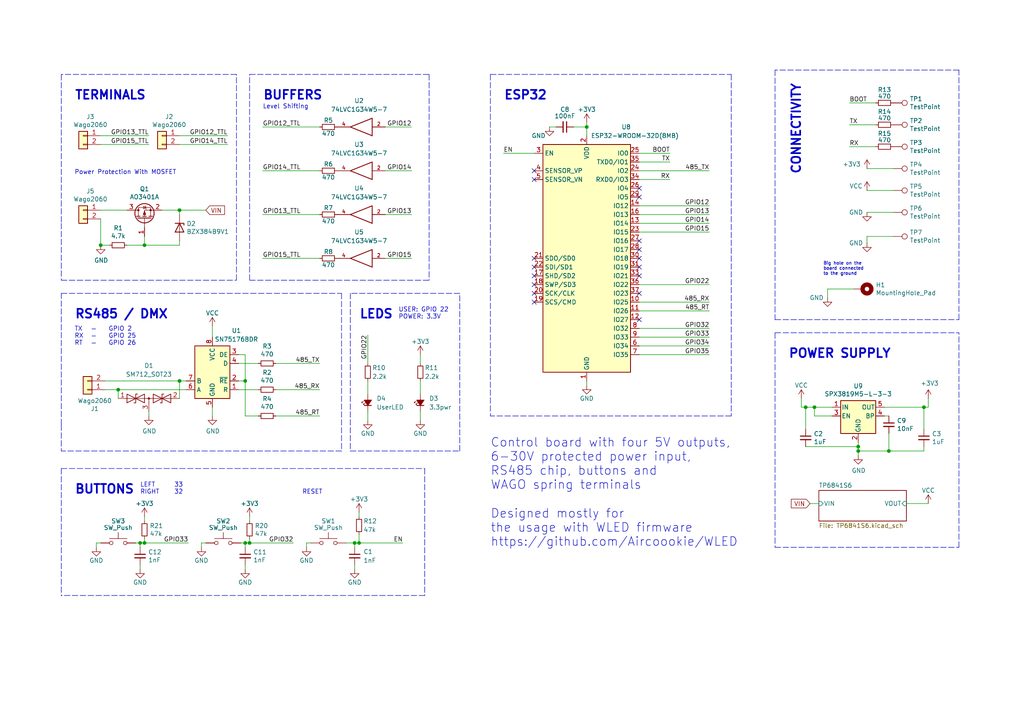
<source format=kicad_sch>
(kicad_sch (version 20211123) (generator eeschema)
  (paper "A4")
  (title_block (title "LightBrain Schematic") (date "2022-03-19") (rev "2.2") (company "LightBrains"))
  (lib_symbols
    (symbol "74xGxx:74LVC1G34" (pin_names (offset 1.016))
      (property "Reference" "U" (at -2.54 3.81 0))
      (property "Value" "74LVC1G34" (at 0 -3.81 0))
      (symbol "74LVC1G34_0_1"
        (polyline (pts (xy -3.81 2.54) (xy -3.81 -2.54) (xy 2.54 0) (xy -3.81 2.54)) (stroke (width 0.254)))
      )
      (symbol "74LVC1G34_1_1"
        (pin input line (at -7.62 0 0) (length 3.81) (name "~") (number "2"))
        (pin power_in line (at 0 -2.54 270) (length 0) hide (name "GND") (number "3"))
        (pin output line (at 6.35 0 180) (length 3.81) (name "~") (number "4"))
        (pin power_in line (at 0 2.54 90) (length 0) hide (name "VCC") (number "5"))
      )
    )
    (symbol "Connector:TestPoint" (pin_numbers hide) (pin_names (offset 0.762) hide)
      (property "Reference" "TP" (at 0 6.858 0))
      (property "Value" "TestPoint" (at 0 5.08 0))
      (symbol "TestPoint_0_1"
        (circle (center 0 3.302) (radius 0.762))
      )
      (symbol "TestPoint_1_1"
        (pin passive line (at 0 0 90) (length 2.54) (name "1") (number "1"))
      )
    )
    (symbol "Connector_Generic:Conn_01x02" (pin_names (offset 1.016) hide)
      (property "Reference" "J" (at 0 2.54 0))
      (property "Value" "Conn_01x02" (at 0 -5.08 0))
      (symbol "Conn_01x02_1_1"
        (rectangle (start -1.27 -2.413) (end 0 -2.667) (stroke (width 0.1524)))
        (rectangle (start -1.27 0.127) (end 0 -0.127) (stroke (width 0.1524)))
        (rectangle (start -1.27 1.27) (end 1.27 -3.81) (stroke (width 0.254)) (fill (type background)))
        (pin passive line (at -5.08 0 0) (length 3.81) (name "Pin_1") (number "1"))
        (pin passive line (at -5.08 -2.54 0) (length 3.81) (name "Pin_2") (number "2"))
      )
    )
    (symbol "Device:C_Small" (pin_numbers hide) (pin_names (offset 0.254) hide)
      (property "Reference" "C" (at 0.254 1.778 0))
      (property "Value" "C_Small" (at 0.254 -2.032 0))
      (symbol "C_Small_0_1"
        (polyline (pts (xy -1.524 -0.508) (xy 1.524 -0.508)) (stroke (width 0.3302)))
        (polyline (pts (xy -1.524 0.508) (xy 1.524 0.508)) (stroke (width 0.3048)))
      )
      (symbol "C_Small_1_1"
        (pin passive line (at 0 2.54 270) (length 2.032) (name "~") (number "1"))
        (pin passive line (at 0 -2.54 90) (length 2.032) (name "~") (number "2"))
      )
    )
    (symbol "Device:LED_Small_ALT" (pin_numbers hide) (pin_names (offset 0.254) hide)
      (property "Reference" "D" (at -1.27 3.175 0))
      (property "Value" "Device_LED_Small_ALT" (at -4.445 -2.54 0))
      (symbol "LED_Small_ALT_0_1"
        (polyline (pts (xy -0.762 -1.016) (xy -0.762 1.016)) (stroke (width 0.254)))
        (polyline (pts (xy 1.016 0) (xy -0.762 0)))
        (polyline (pts (xy 0.762 -1.016) (xy -0.762 0) (xy 0.762 1.016) (xy 0.762 -1.016)) (stroke (width 0.254)) (fill (type outline)))
        (polyline (pts (xy 0 0.762) (xy -0.508 1.27) (xy -0.254 1.27) (xy -0.508 1.27) (xy -0.508 1.016)))
        (polyline (pts (xy 0.508 1.27) (xy 0 1.778) (xy 0.254 1.778) (xy 0 1.778) (xy 0 1.524)))
      )
      (symbol "LED_Small_ALT_1_1"
        (pin passive line (at -2.54 0 0) (length 1.778) (name "K") (number "1"))
        (pin passive line (at 2.54 0 180) (length 1.778) (name "A") (number "2"))
      )
    )
    (symbol "Device:R_Small" (pin_numbers hide) (pin_names (offset 0.254) hide)
      (property "Reference" "R" (at 0.762 0.508 0))
      (property "Value" "R_Small" (at 0.762 -1.016 0))
      (symbol "R_Small_0_1"
        (rectangle (start -0.762 1.778) (end 0.762 -1.778) (stroke (width 0.2032)))
      )
      (symbol "R_Small_1_1"
        (pin passive line (at 0 2.54 270) (length 0.762) (name "~") (number "1"))
        (pin passive line (at 0 -2.54 90) (length 0.762) (name "~") (number "2"))
      )
    )
    (symbol "Diode:BZX384-xxx" (pin_numbers hide) (pin_names hide)
      (property "Reference" "D" (at 0 2.54 0))
      (property "Value" "BZX384-xxx" (at 0 -2.54 0))
      (symbol "BZX384-xxx_0_1"
        (polyline (pts (xy 1.27 0) (xy -1.27 0)))
        (polyline (pts (xy -1.27 -1.27) (xy -1.27 1.27) (xy -0.762 1.27)) (stroke (width 0.254)))
        (polyline (pts (xy 1.27 -1.27) (xy 1.27 1.27) (xy -1.27 0) (xy 1.27 -1.27)) (stroke (width 0.254)))
      )
      (symbol "BZX384-xxx_1_1"
        (pin passive line (at -3.81 0 0) (length 2.54) (name "K") (number "1"))
        (pin passive line (at 3.81 0 180) (length 2.54) (name "A") (number "2"))
      )
    )
    (symbol "Diode:SM712_SOT23" (pin_names (offset 1.016) hide)
      (property "Reference" "D" (at 0 4.445 0))
      (property "Value" "SM712_SOT23" (at 0 2.54 0))
      (symbol "SM712_SOT23_0_0"
        (polyline (pts (xy 0 -1.27) (xy 0 0)))
      )
      (symbol "SM712_SOT23_0_1"
        (polyline (pts (xy -6.35 0) (xy 6.35 0)))
        (polyline (pts (xy -3.302 1.27) (xy -3.81 1.27) (xy -3.81 -1.27) (xy -4.318 -1.27)) (stroke (width 0.2032)))
        (polyline (pts (xy 4.318 1.27) (xy 3.81 1.27) (xy 3.81 -1.27) (xy 3.302 -1.27)) (stroke (width 0.2032)))
        (polyline (pts (xy -6.35 -1.27) (xy -1.27 1.27) (xy -1.27 -1.27) (xy -6.35 1.27) (xy -6.35 -1.27)) (stroke (width 0.2032)))
        (polyline (pts (xy 1.27 -1.27) (xy 1.27 1.27) (xy 6.35 -1.27) (xy 6.35 1.27) (xy 1.27 -1.27)) (stroke (width 0.2032)))
        (circle (center 0 0) (radius 0.254) (fill (type outline)))
      )
      (symbol "SM712_SOT23_1_1"
        (pin passive line (at -8.89 0 0) (length 2.54) (name "A1") (number "1"))
        (pin passive line (at 8.89 0 180) (length 2.54) (name "A2") (number "2"))
        (pin input line (at 0 -3.81 90) (length 2.54) (name "common") (number "3"))
      )
    )
    (symbol "Interface_UART:SN75176AD"
      (property "Reference" "U" (at -4.318 8.89 0))
      (property "Value" "SN75176AD" (at 1.016 8.89 0))
      (symbol "SN75176AD_0_1"
        (rectangle (start -5.08 7.62) (end 5.08 -7.62) (stroke (width 0.254)) (fill (type background)))
      )
      (symbol "SN75176AD_1_1"
        (pin output line (at -7.62 -5.08 0) (length 2.54) (name "R") (number "1"))
        (pin input line (at -7.62 -2.54 0) (length 2.54) (name "~{RE}") (number "2"))
        (pin input line (at -7.62 5.08 0) (length 2.54) (name "DE") (number "3"))
        (pin input line (at -7.62 2.54 0) (length 2.54) (name "D") (number "4"))
        (pin power_in line (at 0 -10.16 90) (length 2.54) (name "GND") (number "5"))
        (pin bidirectional line (at 7.62 -5.08 180) (length 2.54) (name "A") (number "6"))
        (pin bidirectional line (at 7.62 -2.54 180) (length 2.54) (name "B") (number "7"))
        (pin power_in line (at 0 10.16 270) (length 2.54) (name "VCC") (number "8"))
      )
    )
    (symbol "Mechanical:MountingHole_Pad" (pin_numbers hide) (pin_names (offset 1.016) hide)
      (property "Reference" "H" (at 0 6.35 0))
      (property "Value" "MountingHole_Pad" (at 0 4.445 0))
      (symbol "MountingHole_Pad_0_1"
        (circle (center 0 1.27) (radius 1.27) (stroke (width 1.27)))
      )
      (symbol "MountingHole_Pad_1_1"
        (pin input line (at 0 -2.54 90) (length 2.54) (name "1") (number "1"))
      )
    )
    (symbol "RF_Module:ESP32-WROOM-32"
      (property "Reference" "U" (at -12.7 34.29 0))
      (property "Value" "ESP32-WROOM-32" (at 1.27 34.29 0))
      (symbol "ESP32-WROOM-32_0_1"
        (rectangle (start -12.7 33.02) (end 12.7 -33.02) (stroke (width 0.254)) (fill (type background)))
      )
      (symbol "ESP32-WROOM-32_1_1"
        (pin power_in line (at 0 -35.56 90) (length 2.54) (name "GND") (number "1"))
        (pin bidirectional line (at 15.24 -12.7 180) (length 2.54) (name "IO25") (number "10"))
        (pin bidirectional line (at 15.24 -15.24 180) (length 2.54) (name "IO26") (number "11"))
        (pin bidirectional line (at 15.24 -17.78 180) (length 2.54) (name "IO27") (number "12"))
        (pin bidirectional line (at 15.24 10.16 180) (length 2.54) (name "IO14") (number "13"))
        (pin bidirectional line (at 15.24 15.24 180) (length 2.54) (name "IO12") (number "14"))
        (pin passive line (at 0 -35.56 90) (length 2.54) hide (name "GND") (number "15"))
        (pin bidirectional line (at 15.24 12.7 180) (length 2.54) (name "IO13") (number "16"))
        (pin bidirectional line (at -15.24 -5.08 0) (length 2.54) (name "SHD/SD2") (number "17"))
        (pin bidirectional line (at -15.24 -7.62 0) (length 2.54) (name "SWP/SD3") (number "18"))
        (pin bidirectional line (at -15.24 -12.7 0) (length 2.54) (name "SCS/CMD") (number "19"))
        (pin power_in line (at 0 35.56 270) (length 2.54) (name "VDD") (number "2"))
        (pin bidirectional line (at -15.24 -10.16 0) (length 2.54) (name "SCK/CLK") (number "20"))
        (pin bidirectional line (at -15.24 0 0) (length 2.54) (name "SDO/SD0") (number "21"))
        (pin bidirectional line (at -15.24 -2.54 0) (length 2.54) (name "SDI/SD1") (number "22"))
        (pin bidirectional line (at 15.24 7.62 180) (length 2.54) (name "IO15") (number "23"))
        (pin bidirectional line (at 15.24 25.4 180) (length 2.54) (name "IO2") (number "24"))
        (pin bidirectional line (at 15.24 30.48 180) (length 2.54) (name "IO0") (number "25"))
        (pin bidirectional line (at 15.24 20.32 180) (length 2.54) (name "IO4") (number "26"))
        (pin bidirectional line (at 15.24 5.08 180) (length 2.54) (name "IO16") (number "27"))
        (pin bidirectional line (at 15.24 2.54 180) (length 2.54) (name "IO17") (number "28"))
        (pin bidirectional line (at 15.24 17.78 180) (length 2.54) (name "IO5") (number "29"))
        (pin input line (at -15.24 30.48 0) (length 2.54) (name "EN") (number "3"))
        (pin bidirectional line (at 15.24 0 180) (length 2.54) (name "IO18") (number "30"))
        (pin bidirectional line (at 15.24 -2.54 180) (length 2.54) (name "IO19") (number "31"))
        (pin no_connect line (at -12.7 -27.94 0) (length 2.54) hide (name "NC") (number "32"))
        (pin bidirectional line (at 15.24 -5.08 180) (length 2.54) (name "IO21") (number "33"))
        (pin bidirectional line (at 15.24 22.86 180) (length 2.54) (name "RXD0/IO3") (number "34"))
        (pin bidirectional line (at 15.24 27.94 180) (length 2.54) (name "TXD0/IO1") (number "35"))
        (pin bidirectional line (at 15.24 -7.62 180) (length 2.54) (name "IO22") (number "36"))
        (pin bidirectional line (at 15.24 -10.16 180) (length 2.54) (name "IO23") (number "37"))
        (pin passive line (at 0 -35.56 90) (length 2.54) hide (name "GND") (number "38"))
        (pin passive line (at 0 -35.56 90) (length 2.54) hide (name "GND") (number "39"))
        (pin input line (at -15.24 25.4 0) (length 2.54) (name "SENSOR_VP") (number "4"))
        (pin input line (at -15.24 22.86 0) (length 2.54) (name "SENSOR_VN") (number "5"))
        (pin input line (at 15.24 -25.4 180) (length 2.54) (name "IO34") (number "6"))
        (pin input line (at 15.24 -27.94 180) (length 2.54) (name "IO35") (number "7"))
        (pin bidirectional line (at 15.24 -20.32 180) (length 2.54) (name "IO32") (number "8"))
        (pin bidirectional line (at 15.24 -22.86 180) (length 2.54) (name "IO33") (number "9"))
      )
    )
    (symbol "Regulator_Linear:SPX3819M5-L-3-3" (pin_names (offset 0.254))
      (property "Reference" "U" (at -3.81 5.715 0))
      (property "Value" "SPX3819M5-L-3-3" (at 0 5.715 0))
      (symbol "SPX3819M5-L-3-3_0_1"
        (rectangle (start -5.08 4.445) (end 5.08 -5.08) (stroke (width 0.254)) (fill (type background)))
      )
      (symbol "SPX3819M5-L-3-3_1_1"
        (pin power_in line (at -7.62 2.54 0) (length 2.54) (name "IN") (number "1"))
        (pin power_in line (at 0 -7.62 90) (length 2.54) (name "GND") (number "2"))
        (pin input line (at -7.62 0 0) (length 2.54) (name "EN") (number "3"))
        (pin input line (at 7.62 0 180) (length 2.54) (name "BP") (number "4"))
        (pin power_out line (at 7.62 2.54 180) (length 2.54) (name "OUT") (number "5"))
      )
    )
    (symbol "Switch:SW_Push" (pin_numbers hide) (pin_names (offset 1.016) hide)
      (property "Reference" "SW" (at 1.27 2.54 0))
      (property "Value" "SW_Push" (at 0 -1.524 0))
      (symbol "SW_Push_0_1"
        (circle (center -2.032 0) (radius 0.508))
        (polyline (pts (xy 0 1.27) (xy 0 3.048)))
        (polyline (pts (xy 2.54 1.27) (xy -2.54 1.27)))
        (circle (center 2.032 0) (radius 0.508))
        (pin passive line (at -5.08 0 0) (length 2.54) (name "1") (number "1"))
        (pin passive line (at 5.08 0 180) (length 2.54) (name "2") (number "2"))
      )
    )
    (symbol "Transistor_FET:AO3401A" (pin_names hide)
      (property "Reference" "Q" (at 5.08 1.905 0))
      (property "Value" "AO3401A" (at 5.08 0 0))
      (symbol "AO3401A_0_1"
        (polyline (pts (xy 0.254 0) (xy -2.54 0)))
        (polyline (pts (xy 0.254 1.905) (xy 0.254 -1.905)) (stroke (width 0.254)))
        (polyline (pts (xy 0.762 -1.27) (xy 0.762 -2.286)) (stroke (width 0.254)))
        (polyline (pts (xy 0.762 0.508) (xy 0.762 -0.508)) (stroke (width 0.254)))
        (polyline (pts (xy 0.762 2.286) (xy 0.762 1.27)) (stroke (width 0.254)))
        (polyline (pts (xy 2.54 2.54) (xy 2.54 1.778)))
        (polyline (pts (xy 2.54 -2.54) (xy 2.54 0) (xy 0.762 0)))
        (polyline (pts (xy 0.762 1.778) (xy 3.302 1.778) (xy 3.302 -1.778) (xy 0.762 -1.778)))
        (polyline (pts (xy 2.286 0) (xy 1.27 0.381) (xy 1.27 -0.381) (xy 2.286 0)) (fill (type outline)))
        (polyline (pts (xy 2.794 -0.508) (xy 2.921 -0.381) (xy 3.683 -0.381) (xy 3.81 -0.254)))
        (polyline (pts (xy 3.302 -0.381) (xy 2.921 0.254) (xy 3.683 0.254) (xy 3.302 -0.381)))
        (circle (center 1.651 0) (radius 2.794) (stroke (width 0.254)))
        (circle (center 2.54 -1.778) (radius 0.254) (fill (type outline)))
        (circle (center 2.54 1.778) (radius 0.254) (fill (type outline)))
      )
      (symbol "AO3401A_1_1"
        (pin input line (at -5.08 0 0) (length 2.54) (name "G") (number "1"))
        (pin passive line (at 2.54 -5.08 90) (length 2.54) (name "S") (number "2"))
        (pin passive line (at 2.54 5.08 270) (length 2.54) (name "D") (number "3"))
      )
    )
    (symbol "power:+3.3V" (power) (pin_names (offset 0))
      (property "Value" "+3.3V" (at 0 3.556 0))
      (symbol "+3.3V_0_1"
        (polyline (pts (xy -0.762 1.27) (xy 0 2.54)))
        (polyline (pts (xy 0 0) (xy 0 2.54)))
        (polyline (pts (xy 0 2.54) (xy 0.762 1.27)))
      )
      (symbol "+3.3V_1_1"
        (pin power_in line (at 0 0 90) (length 0) hide (name "+3V3") (number "1"))
      )
    )
    (symbol "power:GND" (power) (pin_names (offset 0))
      (property "Value" "GND" (at 0 -3.81 0))
      (symbol "GND_0_1"
        (polyline (pts (xy 0 0) (xy 0 -1.27) (xy 1.27 -1.27) (xy 0 -2.54) (xy -1.27 -1.27) (xy 0 -1.27)))
      )
      (symbol "GND_1_1"
        (pin power_in line (at 0 0 270) (length 0) hide (name "GND") (number "1"))
      )
    )
    (symbol "power:VCC" (power) (pin_names (offset 0))
      (property "Value" "VCC" (at 0 3.81 0))
      (symbol "VCC_0_1"
        (polyline (pts (xy -0.762 1.27) (xy 0 2.54)))
        (polyline (pts (xy 0 0) (xy 0 2.54)))
        (polyline (pts (xy 0 2.54) (xy 0.762 1.27)))
      )
      (symbol "VCC_1_1"
        (pin power_in line (at 0 0 90) (length 0) hide (name "VCC") (number "1"))
      )
    )
  )
  (junction (at 40.64 157.48))
  (junction (at 236.22 118.11))
  (junction (at 248.92 129.54))
  (junction (at 71.12 110.49))
  (junction (at 267.97 118.11))
  (junction (at 41.91 157.48))
  (junction (at 170.18 36.83))
  (junction (at 72.39 157.48))
  (junction (at 233.68 118.11))
  (junction (at 52.07 110.49))
  (junction (at 52.07 60.96))
  (junction (at 29.21 71.12))
  (junction (at 102.87 157.48))
  (junction (at 248.92 130.81))
  (junction (at 34.29 113.03))
  (junction (at 41.91 71.12))
  (junction (at 104.14 157.48))
  (junction (at 257.81 130.81))
  (junction (at 71.12 157.48))
  (no_connect (at 154.94 77.47))
  (no_connect (at 185.42 72.39))
  (no_connect (at 185.42 69.85))
  (no_connect (at 154.94 85.09))
  (no_connect (at 154.94 52.07))
  (no_connect (at 185.42 57.15))
  (no_connect (at 154.94 80.01))
  (no_connect (at 154.94 74.93))
  (no_connect (at 185.42 80.01))
  (no_connect (at 154.94 82.55))
  (no_connect (at 185.42 77.47))
  (no_connect (at 185.42 54.61))
  (no_connect (at 154.94 49.53))
  (no_connect (at 185.42 74.93))
  (no_connect (at 185.42 85.09))
  (no_connect (at 154.94 87.63))
  (no_connect (at 185.42 92.71))
  (wire (pts (xy 111.76 49.53) (xy 119.38 49.53)))
  (wire (pts (xy 43.18 39.37) (xy 29.21 39.37)))
  (wire (pts (xy 27.94 157.48) (xy 29.21 157.48)))
  (polyline (pts (xy 142.24 21.59) (xy 212.09 21.59)))
  (wire (pts (xy 104.14 154.94) (xy 104.14 157.48)))
  (wire (pts (xy 58.42 158.75) (xy 58.42 157.48)))
  (wire (pts (xy 52.07 69.85) (xy 52.07 71.12)))
  (wire (pts (xy 247.65 83.82) (xy 240.03 83.82)))
  (wire (pts (xy 246.38 29.845) (xy 254 29.845)))
  (wire (pts (xy 106.68 119.38) (xy 106.68 121.92)))
  (polyline (pts (xy 224.79 158.75) (xy 278.13 158.75)))
  (wire (pts (xy 251.46 68.58) (xy 259.08 68.58)))
  (wire (pts (xy 71.12 158.75) (xy 71.12 157.48)))
  (wire (pts (xy 251.46 55.245) (xy 259.08 55.245)))
  (polyline (pts (xy 68.58 21.59) (xy 17.78 21.59)))
  (wire (pts (xy 52.07 60.96) (xy 59.69 60.96)))
  (wire (pts (xy 236.22 120.65) (xy 236.22 118.11)))
  (wire (pts (xy 106.68 97.155) (xy 106.68 105.41)))
  (wire (pts (xy 246.38 42.545) (xy 254 42.545)))
  (wire (pts (xy 233.68 118.11) (xy 236.22 118.11)))
  (polyline (pts (xy 68.58 81.28) (xy 68.58 21.59)))
  (wire (pts (xy 232.41 115.57) (xy 232.41 118.11)))
  (wire (pts (xy 159.385 36.83) (xy 161.29 36.83)))
  (wire (pts (xy 30.48 110.49) (xy 52.07 110.49)))
  (wire (pts (xy 185.42 49.53) (xy 205.74 49.53)))
  (wire (pts (xy 69.215 105.41) (xy 74.93 105.41)))
  (wire (pts (xy 69.85 157.48) (xy 71.12 157.48)))
  (wire (pts (xy 69.215 102.87) (xy 71.12 102.87)))
  (wire (pts (xy 58.42 157.48) (xy 59.69 157.48)))
  (wire (pts (xy 267.97 130.81) (xy 267.97 129.54)))
  (wire (pts (xy 30.48 113.03) (xy 34.29 113.03)))
  (wire (pts (xy 185.42 87.63) (xy 205.74 87.63)))
  (polyline (pts (xy 17.78 135.89) (xy 123.19 135.89)))
  (wire (pts (xy 185.42 64.77) (xy 205.74 64.77)))
  (wire (pts (xy 72.39 157.48) (xy 85.09 157.48)))
  (wire (pts (xy 251.46 70.485) (xy 251.46 68.58)))
  (wire (pts (xy 146.05 44.45) (xy 154.94 44.45)))
  (polyline (pts (xy 101.6 130.81) (xy 133.35 130.81)))
  (wire (pts (xy 39.37 157.48) (xy 40.64 157.48)))
  (wire (pts (xy 267.97 124.46) (xy 267.97 118.11)))
  (wire (pts (xy 29.21 60.96) (xy 36.83 60.96)))
  (wire (pts (xy 76.2 36.83) (xy 92.71 36.83)))
  (wire (pts (xy 40.64 157.48) (xy 41.91 157.48)))
  (polyline (pts (xy 212.09 21.59) (xy 212.09 120.65)))
  (wire (pts (xy 80.01 105.41) (xy 92.71 105.41)))
  (wire (pts (xy 257.81 130.81) (xy 267.97 130.81)))
  (wire (pts (xy 111.76 74.93) (xy 119.38 74.93)))
  (wire (pts (xy 27.94 158.75) (xy 27.94 157.48)))
  (wire (pts (xy 80.01 120.65) (xy 92.71 120.65)))
  (wire (pts (xy 34.29 115.57) (xy 34.29 113.03)))
  (polyline (pts (xy 99.06 85.09) (xy 99.06 130.81)))
  (polyline (pts (xy 224.79 96.52) (xy 278.13 96.52)))
  (wire (pts (xy 248.92 128.27) (xy 248.92 129.54)))
  (wire (pts (xy 248.92 130.81) (xy 257.81 130.81)))
  (wire (pts (xy 232.41 118.11) (xy 233.68 118.11)))
  (wire (pts (xy 66.04 41.91) (xy 52.07 41.91)))
  (wire (pts (xy 256.54 120.65) (xy 257.81 120.65)))
  (polyline (pts (xy 17.78 123.19) (xy 17.78 85.09)))
  (wire (pts (xy 102.87 157.48) (xy 104.14 157.48)))
  (wire (pts (xy 185.42 52.07) (xy 194.31 52.07)))
  (wire (pts (xy 166.37 36.83) (xy 170.18 36.83)))
  (wire (pts (xy 76.2 74.93) (xy 92.71 74.93)))
  (wire (pts (xy 52.07 110.49) (xy 53.975 110.49)))
  (polyline (pts (xy 224.79 20.32) (xy 224.79 92.71)))
  (wire (pts (xy 102.87 158.75) (xy 102.87 157.48)))
  (polyline (pts (xy 133.35 85.09) (xy 101.6 85.09)))
  (wire (pts (xy 29.21 63.5) (xy 29.21 71.12)))
  (wire (pts (xy 61.595 118.11) (xy 61.595 120.65)))
  (wire (pts (xy 71.12 110.49) (xy 71.12 120.65)))
  (polyline (pts (xy 17.78 85.09) (xy 99.06 85.09)))
  (polyline (pts (xy 278.13 20.32) (xy 224.79 20.32)))
  (wire (pts (xy 256.54 118.11) (xy 267.97 118.11)))
  (wire (pts (xy 104.14 157.48) (xy 116.84 157.48)))
  (wire (pts (xy 69.215 113.03) (xy 74.93 113.03)))
  (polyline (pts (xy 72.39 21.59) (xy 124.46 21.59)))
  (wire (pts (xy 251.46 61.595) (xy 259.08 61.595)))
  (wire (pts (xy 66.04 39.37) (xy 52.07 39.37)))
  (wire (pts (xy 43.18 119.38) (xy 43.18 120.65)))
  (wire (pts (xy 100.33 157.48) (xy 102.87 157.48)))
  (wire (pts (xy 71.12 110.49) (xy 69.215 110.49)))
  (polyline (pts (xy 142.24 21.59) (xy 142.24 120.65)))
  (polyline (pts (xy 72.39 81.28) (xy 124.46 81.28)))
  (wire (pts (xy 36.83 71.12) (xy 41.91 71.12)))
  (polyline (pts (xy 17.78 81.28) (xy 68.58 81.28)))
  (wire (pts (xy 269.24 115.57) (xy 269.24 118.11)))
  (wire (pts (xy 72.39 149.86) (xy 72.39 151.13)))
  (wire (pts (xy 40.64 163.83) (xy 40.64 165.1)))
  (polyline (pts (xy 133.35 130.81) (xy 133.35 85.09)))
  (wire (pts (xy 185.42 100.33) (xy 205.74 100.33)))
  (wire (pts (xy 185.42 97.79) (xy 205.74 97.79)))
  (wire (pts (xy 233.68 129.54) (xy 248.92 129.54)))
  (wire (pts (xy 251.46 48.895) (xy 259.08 48.895)))
  (wire (pts (xy 121.92 102.87) (xy 121.92 105.41)))
  (wire (pts (xy 257.81 125.73) (xy 257.81 130.81)))
  (polyline (pts (xy 124.46 21.59) (xy 124.46 81.28)))
  (wire (pts (xy 170.18 110.49) (xy 170.18 111.76)))
  (wire (pts (xy 52.07 71.12) (xy 41.91 71.12)))
  (wire (pts (xy 106.68 110.49) (xy 106.68 114.3)))
  (polyline (pts (xy 72.39 81.28) (xy 72.39 21.59)))
  (wire (pts (xy 185.42 59.69) (xy 205.74 59.69)))
  (wire (pts (xy 71.12 102.87) (xy 71.12 110.49)))
  (wire (pts (xy 31.75 71.12) (xy 29.21 71.12)))
  (wire (pts (xy 34.29 113.03) (xy 53.975 113.03)))
  (polyline (pts (xy 224.79 96.52) (xy 224.79 158.75)))
  (wire (pts (xy 269.24 146.05) (xy 262.89 146.05)))
  (polyline (pts (xy 99.06 130.81) (xy 17.78 130.81)))
  (wire (pts (xy 88.9 157.48) (xy 90.17 157.48)))
  (wire (pts (xy 43.18 41.91) (xy 29.21 41.91)))
  (wire (pts (xy 41.91 149.86) (xy 41.91 151.13)))
  (polyline (pts (xy 17.78 21.59) (xy 17.78 64.77)))
  (wire (pts (xy 88.9 158.75) (xy 88.9 157.48)))
  (wire (pts (xy 121.92 119.38) (xy 121.92 121.92)))
  (wire (pts (xy 234.95 146.05) (xy 237.49 146.05)))
  (polyline (pts (xy 17.78 64.77) (xy 17.78 81.28)))
  (wire (pts (xy 185.42 62.23) (xy 205.74 62.23)))
  (polyline (pts (xy 278.13 158.75) (xy 278.13 96.52)))
  (wire (pts (xy 41.91 157.48) (xy 54.61 157.48)))
  (polyline (pts (xy 101.6 85.09) (xy 101.6 130.81)))
  (wire (pts (xy 248.92 129.54) (xy 248.92 130.81)))
  (wire (pts (xy 80.01 113.03) (xy 92.71 113.03)))
  (wire (pts (xy 76.2 62.23) (xy 92.71 62.23)))
  (wire (pts (xy 236.22 118.11) (xy 241.3 118.11)))
  (wire (pts (xy 52.07 62.23) (xy 52.07 60.96)))
  (wire (pts (xy 104.14 148.59) (xy 104.14 149.86)))
  (wire (pts (xy 241.3 120.65) (xy 236.22 120.65)))
  (polyline (pts (xy 123.19 172.72) (xy 17.78 172.72)))
  (wire (pts (xy 111.76 36.83) (xy 119.38 36.83)))
  (polyline (pts (xy 123.19 135.89) (xy 123.19 172.72)))
  (wire (pts (xy 170.18 35.56) (xy 170.18 36.83)))
  (wire (pts (xy 185.42 44.45) (xy 194.31 44.45)))
  (wire (pts (xy 41.91 156.21) (xy 41.91 157.48)))
  (wire (pts (xy 102.87 163.83) (xy 102.87 165.1)))
  (wire (pts (xy 46.99 60.96) (xy 52.07 60.96)))
  (wire (pts (xy 76.2 49.53) (xy 92.71 49.53)))
  (wire (pts (xy 40.64 158.75) (xy 40.64 157.48)))
  (wire (pts (xy 185.42 102.87) (xy 205.74 102.87)))
  (wire (pts (xy 246.38 36.195) (xy 254 36.195)))
  (polyline (pts (xy 224.79 92.71) (xy 278.13 92.71)))
  (wire (pts (xy 111.76 62.23) (xy 119.38 62.23)))
  (wire (pts (xy 185.42 82.55) (xy 205.74 82.55)))
  (wire (pts (xy 71.12 120.65) (xy 74.93 120.65)))
  (polyline (pts (xy 278.13 92.71) (xy 278.13 20.32)))
  (wire (pts (xy 52.07 115.57) (xy 52.07 110.49)))
  (wire (pts (xy 233.68 124.46) (xy 233.68 118.11)))
  (wire (pts (xy 269.24 118.11) (xy 267.97 118.11)))
  (wire (pts (xy 72.39 156.21) (xy 72.39 157.48)))
  (wire (pts (xy 240.03 86.36) (xy 240.03 83.82)))
  (wire (pts (xy 121.92 110.49) (xy 121.92 114.3)))
  (polyline (pts (xy 17.78 135.89) (xy 17.78 172.72)))
  (wire (pts (xy 41.91 71.12) (xy 41.91 68.58)))
  (wire (pts (xy 185.42 95.25) (xy 205.74 95.25)))
  (wire (pts (xy 185.42 67.31) (xy 205.74 67.31)))
  (wire (pts (xy 71.12 157.48) (xy 72.39 157.48)))
  (wire (pts (xy 61.595 94.615) (xy 61.595 97.79)))
  (wire (pts (xy 71.12 163.83) (xy 71.12 165.1)))
  (wire (pts (xy 248.92 130.81) (xy 248.92 132.08)))
  (polyline (pts (xy 17.78 123.19) (xy 17.78 130.81)))
  (wire (pts (xy 170.18 36.83) (xy 170.18 39.37)))
  (polyline (pts (xy 212.09 120.65) (xy 142.24 120.65)))
  (wire (pts (xy 185.42 46.99) (xy 194.31 46.99)))
  (wire (pts (xy 185.42 90.17) (xy 205.74 90.17)))
  (text "TERMINALS" (at 21.59 29.21 0) (effects (font (size 2.54 2.54) (thickness 0.508) bold) (justify left bottom)))
  (text "ESP32" (at 146.05 29.21 0) (effects (font (size 2.54 2.54) (thickness 0.508) bold) (justify left bottom)))
  (text "LEDS" (at 104.14 92.71 0) (effects (font (size 2.54 2.54) (thickness 0.508) bold) (justify left bottom)))
  (text "Level Shifting" (at 76.2 31.75 0) (effects (font (size 1.27 1.27)) (justify left bottom)))
  (text "RESET" (at 87.63 143.51 0) (effects (font (size 1.27 1.27)) (justify left bottom)))
  (text "RS485 / DMX" (at 21.59 92.71 0) (effects (font (size 2.54 2.54) (thickness 0.508) bold) (justify left bottom)))
  (text "Designed mostly for\nthe usage with WLED firmware\nhttps://github.com/Aircoookie/WLED" (at 142.24 158.75 0) (effects (font (size 2.54 2.54)) (justify left bottom)))
  (text "BUFFERS" (at 76.2 29.21 0) (effects (font (size 2.54 2.54) (thickness 0.508) bold) (justify left bottom)))
  (text "BUTTONS" (at 21.59 143.51 0) (effects (font (size 2.54 2.54) (thickness 0.508) bold) (justify left bottom)))
  (text "Control board with four 5V outputs,\n6-30V protected power input,\nRS485 chip, buttons and\nWAGO spring terminals" (at 142.24 142.24 0) (effects (font (size 2.54 2.54)) (justify left bottom)))
  (text "Power Protection With MOSFET" (at 21.59 50.8 0) (effects (font (size 1.27 1.27)) (justify left bottom)))
  (text "USER: GPIO 22\nPOWER: 3.3V" (at 115.57 92.71 0) (effects (font (size 1.27 1.27)) (justify left bottom)))
  (text "POWER SUPPLY" (at 228.6 104.14 0) (effects (font (size 2.54 2.54) (thickness 0.508) bold) (justify left bottom)))
  (text "TX	—	GPIO 2\nRX	—	GPIO 25\nRT	—	GPIO 26" (at 21.59 100.33 0) (effects (font (size 1.27 1.27)) (justify left bottom)))
  (text "LEFT	33\nRIGHT	32" (at 40.64 143.51 0) (effects (font (size 1.27 1.27)) (justify left bottom)))
  (text "Big hole on the\nboard connected\nto the ground" (at 238.76 80.01 0) (effects (font (size 0.92 0.92)) (justify left bottom)))
  (text "CONNECTIVITY" (at 232.41 24.13 270) (effects (font (size 2.54 2.54) (thickness 0.508) bold) (justify right bottom)))
  (label "GPIO14_TTL" (at 66.04 41.91 180))
  (label "GPIO32" (at 85.09 157.48 180))
  (label "GPIO13" (at 119.38 62.23 180))
  (label "GPIO12" (at 205.74 59.69 180))
  (label "GPIO34" (at 205.74 100.33 180))
  (label "GPIO15_TTL" (at 43.18 41.91 180))
  (label "TX" (at 194.31 46.99 180))
  (label "GPIO14" (at 119.38 49.53 180))
  (label "GPIO12_TTL" (at 66.04 39.37 180))
  (label "GPIO33" (at 54.61 157.48 180))
  (label "485_RT" (at 92.71 120.65 180))
  (label "GPIO14" (at 205.74 64.77 180))
  (label "GPIO15_TTL" (at 76.2 74.93 0))
  (label "485_TX" (at 92.71 105.41 180))
  (label "GPIO33" (at 205.74 97.79 180))
  (label "GPIO13" (at 205.74 62.23 180))
  (label "GPIO12" (at 119.38 36.83 180))
  (label "GPIO13_TTL" (at 76.2 62.23 0))
  (label "RX" (at 194.31 52.07 180))
  (label "GPIO22" (at 106.68 97.155 270))
  (label "EN" (at 146.05 44.45 0))
  (label "BOOT" (at 194.31 44.45 180))
  (label "BOOT" (at 246.38 29.845 0))
  (label "GPIO15" (at 119.38 74.93 180))
  (label "GPIO12_TTL" (at 76.2 36.83 0))
  (label "GPIO13_TTL" (at 43.18 39.37 180))
  (label "GPIO35" (at 205.74 102.87 180))
  (label "GPIO14_TTL" (at 76.2 49.53 0))
  (label "TX" (at 246.38 36.195 0))
  (label "GPIO32" (at 205.74 95.25 180))
  (label "EN" (at 116.84 157.48 180))
  (label "GPIO22" (at 205.74 82.55 180))
  (label "485_RX" (at 92.71 113.03 180))
  (label "RX" (at 246.38 42.545 0))
  (label "GPIO15" (at 205.74 67.31 180))
  (label "485_TX" (at 205.74 49.53 180))
  (label "485_RT" (at 205.74 90.17 180))
  (label "485_RX" (at 205.74 87.63 180))
  (global_label "VIN" (shape input) (at 234.95 146.05 180) (property "Intersheet References" "${INTERSHEET_REFS}" (effects hide)))
  (global_label "VIN" (shape input) (at 59.69 60.96 0) (property "Intersheet References" "${INTERSHEET_REFS}" (effects hide)))
  (symbol (lib_id "RF_Module:ESP32-WROOM-32") (at 170.18 74.93 0) (unit 1)
    (property "Reference" "U8" (at 181.61 36.83 0))
    (property "Value" "ESP32-WROOM-32D(8MB)" (at 184.15 39.37 0))
    (property "Footprint" "RF_Module:ESP32-WROOM-32" (effects hide))
    (property "Datasheet" "https://www.espressif.com/sites/default/files/documentation/esp32-wroom-32_datasheet_en.pdf" (effects hide))
    (property "JLCPCB Part #" "C529577" (effects hide))
  )
  (symbol (lib_id "Switch:SW_Push") (at 95.25 157.48 0) (unit 1)
    (property "Reference" "SW1" (at 95.25 151.13 0))
    (property "Value" "SW_Push" (at 95.25 153.035 0))
    (property "Footprint" "LightBrain:SW-SMD-2_2.9x3.9x1.7" (effects hide))
    (property "JLCPCB Part #" "C843669" (effects hide))
  )
  (symbol (lib_id "Device:C_Small") (at 102.87 161.29 0) (unit 1)
    (property "Reference" "C1" (at 105.41 160.02 0) (effects (justify left)))
    (property "Value" "1nF" (at 105.41 162.56 0) (effects (justify left)))
    (property "Footprint" "Capacitor_SMD:C_0402_1005Metric" (effects hide))
    (property "JLCPCB Part #" "C1523" (effects hide))
  )
  (symbol (lib_id "Device:R_Small") (at 104.14 152.4 0) (unit 1)
    (property "Reference" "R12" (at 105.41 151.13 0) (effects (justify left)))
    (property "Value" "47k" (at 105.41 153.67 0) (effects (justify left)))
    (property "Footprint" "Resistor_SMD:R_0402_1005Metric" (effects hide))
    (property "JLCPCB Part #" "C25792" (effects hide))
  )
  (symbol (lib_id "Device:C_Small") (at 233.68 127 0) (unit 1)
    (property "Reference" "C2" (at 236.0168 125.8316 0) (effects (justify left)))
    (property "Value" "1uF" (at 236.0168 128.143 0) (effects (justify left)))
    (property "Footprint" "Capacitor_SMD:C_0402_1005Metric" (effects hide))
    (property "JLCPCB Part #" "C52923" (effects hide))
  )
  (symbol (lib_id "Device:C_Small") (at 267.97 127 0) (unit 1)
    (property "Reference" "C3" (at 270.3068 125.8316 0) (effects (justify left)))
    (property "Value" "1uF" (at 270.3068 128.143 0) (effects (justify left)))
    (property "Footprint" "Capacitor_SMD:C_0402_1005Metric" (effects hide))
    (property "JLCPCB Part #" "C52923" (effects hide))
  )
  (symbol (lib_id "74xGxx:74LVC1G34") (at 104.14 36.83 180) (unit 1)
    (property "Reference" "U2" (at 104.14 29.21 0))
    (property "Value" "74LVC1G34W5-7" (at 104.14 31.75 0))
    (property "Footprint" "LightBrain:SOT25" (effects hide))
    (property "Datasheet" "http://www.ti.com/lit/sg/scyt129e/scyt129e.pdf" (effects hide))
    (property "JLCPCB Part #" "C526347" (effects hide))
  )
  (symbol (lib_id "74xGxx:74LVC1G34") (at 104.14 49.53 180) (unit 1)
    (property "Reference" "U3" (at 104.14 41.91 0))
    (property "Value" "74LVC1G34W5-7" (at 104.14 44.45 0))
    (property "Footprint" "LightBrain:SOT25" (effects hide))
    (property "Datasheet" "http://www.ti.com/lit/sg/scyt129e/scyt129e.pdf" (effects hide))
    (property "JLCPCB Part #" "C526347" (effects hide))
  )
  (symbol (lib_id "74xGxx:74LVC1G34") (at 104.14 62.23 180) (unit 1)
    (property "Reference" "U4" (at 104.14 54.61 0))
    (property "Value" "74LVC1G34W5-7" (at 104.14 57.15 0))
    (property "Footprint" "LightBrain:SOT25" (effects hide))
    (property "Datasheet" "http://www.ti.com/lit/sg/scyt129e/scyt129e.pdf" (effects hide))
    (property "JLCPCB Part #" "C526347" (effects hide))
  )
  (symbol (lib_id "74xGxx:74LVC1G34") (at 104.14 74.93 180) (unit 1)
    (property "Reference" "U5" (at 104.14 67.31 0))
    (property "Value" "74LVC1G34W5-7" (at 104.14 69.85 0))
    (property "Footprint" "LightBrain:SOT25" (effects hide))
    (property "Datasheet" "http://www.ti.com/lit/sg/scyt129e/scyt129e.pdf" (effects hide))
    (property "JLCPCB Part #" "C526347" (effects hide))
  )
  (symbol (lib_id "Connector_Generic:Conn_01x02") (at 46.99 39.37 0) (mirror y) (unit 1)
    (property "Reference" "J2" (at 49.0728 33.8582 0))
    (property "Value" "Wago2060" (at 49.0728 36.1696 0))
    (property "Footprint" "LightBrain:Wago2060" (effects hide))
    (property "JLCPCB Part #" "C2765055" (effects hide))
  )
  (symbol (lib_id "Connector_Generic:Conn_01x02") (at 24.13 39.37 0) (mirror y) (unit 1)
    (property "Reference" "J3" (at 26.2128 33.8582 0))
    (property "Value" "Wago2060" (at 26.2128 36.1696 0))
    (property "Footprint" "LightBrain:Wago2060" (effects hide))
    (property "JLCPCB Part #" "C2765055" (effects hide))
  )
  (symbol (lib_id "Connector_Generic:Conn_01x02") (at 24.13 60.96 0) (mirror y) (unit 1)
    (property "Reference" "J5" (at 26.2128 55.4482 0))
    (property "Value" "Wago2060" (at 26.2128 57.7596 0))
    (property "Footprint" "LightBrain:Wago2060" (effects hide))
    (property "JLCPCB Part #" "C2765055" (effects hide))
  )
  (symbol (lib_id "Transistor_FET:AO3401A") (at 41.91 63.5 90) (unit 1)
    (property "Reference" "Q1" (at 41.91 54.8132 90))
    (property "Value" "AO3401A" (at 41.91 57.1246 90))
    (property "Footprint" "Package_TO_SOT_SMD:SOT-23" (effects hide))
    (property "Datasheet" "http://www.aosmd.com/pdfs/datasheet/AO3401A.pdf" (effects hide))
    (property "JLCPCB Part #" "C15127" (effects hide))
  )
  (symbol (lib_id "Device:R_Small") (at 34.29 71.12 90) (unit 1)
    (property "Reference" "R1" (at 34.29 66.1416 90))
    (property "Value" "4.7k" (at 34.29 68.453 90))
    (property "Footprint" "Resistor_SMD:R_0805_2012Metric" (effects hide))
    (property "JLCPCB Part #" "C17673" (effects hide))
  )
  (symbol (lib_id "Connector_Generic:Conn_01x02") (at 25.4 113.03 180) (unit 1)
    (property "Reference" "J1" (at 27.4828 118.5418 0))
    (property "Value" "Wago2060" (at 27.4828 116.2304 0))
    (property "Footprint" "LightBrain:Wago2060" (effects hide))
    (property "JLCPCB Part #" "C2765055" (effects hide))
  )
  (symbol (lib_id "Device:R_Small") (at 77.47 113.03 270) (unit 1)
    (property "Reference" "R2" (at 77.47 108.0516 90))
    (property "Value" "470" (at 77.47 110.363 90))
    (property "Footprint" "Resistor_SMD:R_0402_1005Metric" (effects hide))
    (property "JLCPCB Part #" "C25117" (effects hide))
  )
  (symbol (lib_id "Device:R_Small") (at 77.47 105.41 270) (unit 1)
    (property "Reference" "R3" (at 77.47 100.4316 90))
    (property "Value" "470" (at 77.47 102.743 90))
    (property "Footprint" "Resistor_SMD:R_0402_1005Metric" (effects hide))
    (property "JLCPCB Part #" "C25117" (effects hide))
  )
  (symbol (lib_id "Device:R_Small") (at 77.47 120.65 270) (unit 1)
    (property "Reference" "R4" (at 77.47 115.6716 90))
    (property "Value" "470" (at 77.47 117.983 90))
    (property "Footprint" "Resistor_SMD:R_0402_1005Metric" (effects hide))
    (property "JLCPCB Part #" "C25117" (effects hide))
  )
  (symbol (lib_id "power:VCC") (at 269.24 146.05 0) (unit 1)
    (property "Reference" "#PWR015" (effects hide))
    (property "Value" "VCC" (at 269.24 142.24 0))
  )
  (symbol (lib_id "Diode:BZX384-xxx") (at 52.07 66.04 270) (unit 1)
    (property "Reference" "D2" (at 54.102 64.8716 90) (effects (justify left)))
    (property "Value" "BZX384B9V1" (at 54.102 67.183 90) (effects (justify left)))
    (property "Footprint" "Diode_SMD:D_SOD-323" (effects hide))
    (property "Datasheet" "https://assets.nexperia.com/documents/data-sheet/BZX384_SERIES.pdf" (effects hide))
    (property "JLCPCB Part #" "C241956" (effects hide))
  )
  (symbol (lib_id "Diode:SM712_SOT23") (at 43.18 115.57 0) (unit 1)
    (property "Reference" "D1" (at 43.18 106.045 0))
    (property "Value" "SM712_SOT23" (at 43.18 108.585 0))
    (property "Footprint" "Package_TO_SOT_SMD:SOT-23" (effects hide))
    (property "Datasheet" "https://www.littelfuse.com/~/media/electronics/datasheets/tvs_diode_arrays/littelfuse_tvs_diode_array_sm712_datasheet.pdf.pdf" (effects hide))
    (property "JLCPCB Part #" "C32677" (effects hide))
  )
  (symbol (lib_id "Device:LED_Small_ALT") (at 121.92 116.84 90) (unit 1)
    (property "Reference" "D3" (at 124.46 115.57 90) (effects (justify right)))
    (property "Value" "3.3pwr" (at 124.46 118.11 90) (effects (justify right)))
    (property "Footprint" "LED_SMD:LED_0805_2012Metric" (effects hide))
    (property "JLCPCB Part #" "C2296" (effects hide))
  )
  (symbol (lib_id "Device:R_Small") (at 121.92 107.95 0) (unit 1)
    (property "Reference" "R11" (at 123.19 106.68 0) (effects (justify left)))
    (property "Value" "2.2k" (at 123.19 109.22 0) (effects (justify left)))
    (property "Footprint" "Resistor_SMD:R_0402_1005Metric" (effects hide))
    (property "JLCPCB Part #" "C25879" (effects hide))
  )
  (symbol (lib_id "Regulator_Linear:SPX3819M5-L-3-3") (at 248.92 120.65 0) (unit 1)
    (property "Reference" "U9" (at 248.92 111.9632 0))
    (property "Value" "SPX3819M5-L-3-3" (at 248.92 114.2746 0))
    (property "Footprint" "Package_TO_SOT_SMD:SOT-23-5" (effects hide))
    (property "Datasheet" "https://www.exar.com/content/document.ashx?id=22106&languageid=1033&type=Datasheet&partnumber=SPX3819&filename=SPX3819.pdf&part=SPX3819" (effects hide))
    (property "JLCPCB Part #" "C9055" (effects hide))
  )
  (symbol (lib_id "Connector:TestPoint") (at 259.08 36.195 270) (unit 1)
    (property "Reference" "TP2" (at 263.8552 35.0266 90) (effects (justify left)))
    (property "Value" "TestPoint" (at 263.8552 37.338 90) (effects (justify left)))
    (property "Footprint" "LightBrain:TestPoint_My" (effects hide))
  )
  (symbol (lib_id "Connector:TestPoint") (at 259.08 42.545 270) (unit 1)
    (property "Reference" "TP3" (at 263.8552 41.3766 90) (effects (justify left)))
    (property "Value" "TestPoint" (at 263.8552 43.688 90) (effects (justify left)))
    (property "Footprint" "LightBrain:TestPoint_My" (effects hide))
  )
  (symbol (lib_id "Connector:TestPoint") (at 259.08 48.895 270) (unit 1)
    (property "Reference" "TP4" (at 263.8552 47.7266 90) (effects (justify left)))
    (property "Value" "TestPoint" (at 263.8552 50.038 90) (effects (justify left)))
    (property "Footprint" "LightBrain:TestPoint_My" (effects hide))
  )
  (symbol (lib_id "Connector:TestPoint") (at 259.08 55.245 270) (unit 1)
    (property "Reference" "TP5" (at 263.8552 54.0766 90) (effects (justify left)))
    (property "Value" "TestPoint" (at 263.8552 56.388 90) (effects (justify left)))
    (property "Footprint" "LightBrain:TestPoint_My" (effects hide))
  )
  (symbol (lib_id "Device:C_Small") (at 257.81 123.19 0) (unit 1)
    (property "Reference" "C9" (at 260.1468 122.0216 0) (effects (justify left)))
    (property "Value" "10nF" (at 260.1468 124.333 0) (effects (justify left)))
    (property "Footprint" "Capacitor_SMD:C_0402_1005Metric" (effects hide))
    (property "JLCPCB Part #" "C15195" (effects hide))
  )
  (symbol (lib_id "Device:R_Small") (at 256.54 36.195 270) (unit 1)
    (property "Reference" "R14" (at 256.54 32.385 90))
    (property "Value" "470" (at 256.54 34.29 90))
    (property "Footprint" "Resistor_SMD:R_0402_1005Metric" (effects hide))
    (property "JLCPCB Part #" "C25117" (effects hide))
  )
  (symbol (lib_id "Device:R_Small") (at 256.54 42.545 270) (unit 1)
    (property "Reference" "R15" (at 256.54 38.735 90))
    (property "Value" "470" (at 256.54 40.64 90))
    (property "Footprint" "Resistor_SMD:R_0402_1005Metric" (effects hide))
    (property "JLCPCB Part #" "C25117" (effects hide))
  )
  (symbol (lib_id "Device:R_Small") (at 72.39 153.67 0) (unit 1)
    (property "Reference" "R20" (at 73.8886 152.5016 0) (effects (justify left)))
    (property "Value" "47k" (at 73.8886 154.813 0) (effects (justify left)))
    (property "Footprint" "Resistor_SMD:R_0402_1005Metric" (effects hide))
    (property "JLCPCB Part #" "C25792" (effects hide))
  )
  (symbol (lib_id "Device:C_Small") (at 71.12 161.29 0) (unit 1)
    (property "Reference" "C11" (at 73.4568 160.1216 0) (effects (justify left)))
    (property "Value" "1nF" (at 73.4568 162.433 0) (effects (justify left)))
    (property "Footprint" "Capacitor_SMD:C_0402_1005Metric" (effects hide))
    (property "JLCPCB Part #" "C1523" (effects hide))
  )
  (symbol (lib_id "power:+3.3V") (at 72.39 149.86 0) (unit 1)
    (property "Reference" "#PWR010" (effects hide))
    (property "Value" "+3.3V" (at 72.39 146.05 0))
  )
  (symbol (lib_id "power:GND") (at 71.12 165.1 0) (unit 1)
    (property "Reference" "#PWR09" (effects hide))
    (property "Value" "GND" (at 71.12 168.91 0))
  )
  (symbol (lib_id "Device:LED_Small_ALT") (at 106.68 116.84 90) (unit 1)
    (property "Reference" "D4" (at 109.22 115.57 90) (effects (justify right)))
    (property "Value" "UserLED" (at 109.22 118.11 90) (effects (justify right)))
    (property "Footprint" "LED_SMD:LED_0805_2012Metric" (effects hide))
    (property "JLCPCB Part #" "C2296" (effects hide))
  )
  (symbol (lib_id "Device:R_Small") (at 106.68 107.95 0) (unit 1)
    (property "Reference" "R10" (at 107.95 106.68 0) (effects (justify left)))
    (property "Value" "2.2k" (at 107.95 109.22 0) (effects (justify left)))
    (property "Footprint" "Resistor_SMD:R_0402_1005Metric" (effects hide))
    (property "JLCPCB Part #" "C25879" (effects hide))
  )
  (symbol (lib_id "power:GND") (at 106.68 121.92 0) (unit 1)
    (property "Reference" "#PWR03" (effects hide))
    (property "Value" "GND" (at 106.68 125.73 0))
  )
  (symbol (lib_id "Connector:TestPoint") (at 259.08 29.845 270) (unit 1)
    (property "Reference" "TP1" (at 263.8552 28.6766 90) (effects (justify left)))
    (property "Value" "TestPoint" (at 263.8552 30.988 90) (effects (justify left)))
    (property "Footprint" "LightBrain:TestPoint_My" (effects hide))
  )
  (symbol (lib_id "Device:R_Small") (at 256.54 29.845 270) (unit 1)
    (property "Reference" "R13" (at 256.54 26.035 90))
    (property "Value" "470" (at 256.54 27.94 90))
    (property "Footprint" "Resistor_SMD:R_0402_1005Metric" (effects hide))
    (property "JLCPCB Part #" "C25117" (effects hide))
  )
  (symbol (lib_id "Connector:TestPoint") (at 259.08 61.595 270) (unit 1)
    (property "Reference" "TP6" (at 263.8552 60.4266 90) (effects (justify left)))
    (property "Value" "TestPoint" (at 263.8552 62.738 90) (effects (justify left)))
    (property "Footprint" "LightBrain:TestPoint_My" (effects hide))
  )
  (symbol (lib_id "power:GND") (at 251.46 61.595 0) (unit 1)
    (property "Reference" "#PWR01" (effects hide))
    (property "Value" "GND" (at 248.285 61.595 0))
  )
  (symbol (lib_id "Device:R_Small") (at 95.25 74.93 270) (unit 1)
    (property "Reference" "R8" (at 95.25 73.025 90))
    (property "Value" "470" (at 95.25 76.835 90))
    (property "Footprint" "Resistor_SMD:R_0402_1005Metric" (effects hide))
    (property "JLCPCB Part #" "C25117" (effects hide))
  )
  (symbol (lib_id "Device:R_Small") (at 95.25 62.23 270) (unit 1)
    (property "Reference" "R7" (at 95.25 60.325 90))
    (property "Value" "470" (at 95.25 64.135 90))
    (property "Footprint" "Resistor_SMD:R_0402_1005Metric" (effects hide))
    (property "JLCPCB Part #" "C25117" (effects hide))
  )
  (symbol (lib_id "Device:R_Small") (at 95.25 49.53 270) (unit 1)
    (property "Reference" "R6" (at 95.25 47.625 90))
    (property "Value" "470" (at 95.25 51.435 90))
    (property "Footprint" "Resistor_SMD:R_0402_1005Metric" (effects hide))
    (property "JLCPCB Part #" "C25117" (effects hide))
  )
  (symbol (lib_id "Device:R_Small") (at 95.25 36.83 270) (unit 1)
    (property "Reference" "R5" (at 95.25 34.925 90))
    (property "Value" "470" (at 95.25 38.735 90))
    (property "Footprint" "Resistor_SMD:R_0402_1005Metric" (effects hide))
    (property "JLCPCB Part #" "C25117" (effects hide))
  )
  (symbol (lib_id "Device:C_Small") (at 163.83 36.83 270) (unit 1)
    (property "Reference" "C8" (at 163.83 31.75 90))
    (property "Value" "100nF" (at 163.83 33.655 90))
    (property "Footprint" "Capacitor_SMD:C_0402_1005Metric" (effects hide))
    (property "JLCPCB Part #" "C307331" (effects hide))
  )
  (symbol (lib_id "power:GND") (at 159.385 36.83 0) (unit 1)
    (property "Reference" "#PWR0131" (effects hide))
    (property "Value" "GND" (at 156.21 39.37 0))
  )
  (symbol (lib_id "Device:R_Small") (at 41.91 153.67 0) (unit 1)
    (property "Reference" "R21" (at 43.4086 152.5016 0) (effects (justify left)))
    (property "Value" "47k" (at 43.4086 154.813 0) (effects (justify left)))
    (property "Footprint" "Resistor_SMD:R_0402_1005Metric" (effects hide))
    (property "JLCPCB Part #" "C25792" (effects hide))
  )
  (symbol (lib_id "Device:C_Small") (at 40.64 161.29 0) (unit 1)
    (property "Reference" "C12" (at 42.9768 160.1216 0) (effects (justify left)))
    (property "Value" "1nF" (at 42.9768 162.433 0) (effects (justify left)))
    (property "Footprint" "Capacitor_SMD:C_0402_1005Metric" (effects hide))
    (property "JLCPCB Part #" "C1523" (effects hide))
  )
  (symbol (lib_id "power:+3.3V") (at 41.91 149.86 0) (unit 1)
    (property "Reference" "#PWR013" (effects hide))
    (property "Value" "+3.3V" (at 41.91 146.05 0))
  )
  (symbol (lib_id "power:GND") (at 40.64 165.1 0) (unit 1)
    (property "Reference" "#PWR012" (effects hide))
    (property "Value" "GND" (at 40.64 168.91 0))
  )
  (symbol (lib_id "Interface_UART:SN75176AD") (at 61.595 107.95 0) (mirror y) (unit 1)
    (property "Reference" "U1" (at 68.58 95.885 0))
    (property "Value" "SN75176BDR" (at 68.58 98.425 0))
    (property "Footprint" "Package_SO:SOIC-8_3.9x4.9mm_P1.27mm" (effects hide))
    (property "Datasheet" "http://www.ti.com/lit/ds/symlink/sn75176a.pdf" (effects hide))
    (property "JLCPCB Part #" "C7063" (effects hide))
  )
  (symbol (lib_id "Switch:SW_Push") (at 64.77 157.48 0) (unit 1)
    (property "Reference" "SW2" (at 64.77 151.13 0))
    (property "Value" "SW_Push" (at 64.77 153.035 0))
    (property "Footprint" "LightBrain:SW-SMD-2_2.9x3.9x1.7" (effects hide))
    (property "JLCPCB Part #" "C843669" (effects hide))
  )
  (symbol (lib_id "power:GND") (at 58.42 158.75 0) (unit 1)
    (property "Reference" "#PWR0106" (effects hide))
    (property "Value" "GND" (at 58.42 162.56 0))
  )
  (symbol (lib_id "Switch:SW_Push") (at 34.29 157.48 0) (unit 1)
    (property "Reference" "SW3" (at 34.29 151.13 0))
    (property "Value" "SW_Push" (at 34.29 153.035 0))
    (property "Footprint" "LightBrain:SW-SMD-2_2.9x3.9x1.7" (effects hide))
    (property "JLCPCB Part #" "C843669" (effects hide))
  )
  (symbol (lib_id "power:GND") (at 27.94 158.75 0) (unit 1)
    (property "Reference" "#PWR0113" (effects hide))
    (property "Value" "GND" (at 27.94 162.56 0))
  )
  (symbol (lib_id "power:GND") (at 170.18 111.76 0) (unit 1)
    (property "Reference" "#PWR0101" (effects hide))
    (property "Value" "GND" (at 170.18 115.57 0))
  )
  (symbol (lib_id "power:GND") (at 121.92 121.92 0) (unit 1)
    (property "Reference" "#PWR0102" (effects hide))
    (property "Value" "GND" (at 121.92 125.73 0))
  )
  (symbol (lib_id "power:GND") (at 61.595 120.65 0) (unit 1)
    (property "Reference" "#PWR0103" (effects hide))
    (property "Value" "GND" (at 61.722 125.0442 0))
  )
  (symbol (lib_id "power:GND") (at 29.21 71.12 0) (unit 1)
    (property "Reference" "#PWR0104" (effects hide))
    (property "Value" "GND" (at 29.337 75.5142 0))
  )
  (symbol (lib_id "power:GND") (at 88.9 158.75 0) (unit 1)
    (property "Reference" "#PWR0105" (effects hide))
    (property "Value" "GND" (at 88.9 162.56 0))
  )
  (symbol (lib_id "power:GND") (at 102.87 165.1 0) (unit 1)
    (property "Reference" "#PWR0108" (effects hide))
    (property "Value" "GND" (at 102.87 168.91 0))
  )
  (symbol (lib_id "power:GND") (at 248.92 132.08 0) (unit 1)
    (property "Reference" "#PWR0109" (effects hide))
    (property "Value" "GND" (at 249.047 136.4742 0))
  )
  (symbol (lib_id "power:VCC") (at 232.41 115.57 0) (unit 1)
    (property "Reference" "#PWR0107" (effects hide))
    (property "Value" "VCC" (at 232.41 111.76 0))
  )
  (symbol (lib_id "power:+3.3V") (at 269.24 115.57 0) (unit 1)
    (property "Reference" "#PWR0110" (effects hide))
    (property "Value" "+3.3V" (at 269.621 111.1758 0))
  )
  (symbol (lib_id "power:+3.3V") (at 121.92 102.87 0) (unit 1)
    (property "Reference" "#PWR0117" (effects hide))
    (property "Value" "+3.3V" (at 121.92 99.06 0))
  )
  (symbol (lib_id "power:+3.3V") (at 170.18 35.56 0) (unit 1)
    (property "Reference" "#PWR0118" (effects hide))
    (property "Value" "+3.3V" (at 170.18 31.75 0))
  )
  (symbol (lib_id "power:+3.3V") (at 104.14 148.59 0) (unit 1)
    (property "Reference" "#PWR0119" (effects hide))
    (property "Value" "+3.3V" (at 104.14 144.78 0))
  )
  (symbol (lib_id "power:VCC") (at 61.595 94.615 0) (unit 1)
    (property "Reference" "#PWR0120" (effects hide))
    (property "Value" "VCC" (at 61.595 90.805 0))
  )
  (symbol (lib_id "power:+3.3V") (at 251.46 48.895 0) (unit 1)
    (property "Reference" "#PWR0121" (effects hide))
    (property "Value" "+3.3V" (at 247.015 47.625 0))
  )
  (symbol (lib_id "power:VCC") (at 251.46 55.245 0) (unit 1)
    (property "Reference" "#PWR0122" (effects hide))
    (property "Value" "VCC" (at 248.285 53.975 0))
  )
  (symbol (lib_id "Connector:TestPoint") (at 259.08 68.58 270) (unit 1)
    (property "Reference" "TP7" (at 263.8552 67.4116 90) (effects (justify left)))
    (property "Value" "TestPoint" (at 263.8552 69.723 90) (effects (justify left)))
    (property "Footprint" "LightBrain:TestPoint_My" (effects hide))
  )
  (symbol (lib_id "power:GND") (at 251.46 70.485 0) (unit 1)
    (property "Reference" "#PWR0123" (effects hide))
    (property "Value" "GND" (at 248.285 70.485 0))
  )
  (symbol (lib_id "Mechanical:MountingHole_Pad") (at 250.19 83.82 270) (unit 1)
    (property "Reference" "H1" (at 254 82.6516 90) (effects (justify left)))
    (property "Value" "MountingHole_Pad" (at 254 84.963 90) (effects (justify left)))
    (property "Footprint" "MountingHole:MountingHole_2.5mm_Pad" (effects hide))
  )
  (symbol (lib_id "power:GND") (at 240.03 86.36 0) (unit 1)
    (property "Reference" "#PWR0124" (effects hide))
    (property "Value" "GND" (at 236.855 86.36 0))
  )
  (symbol (lib_id "power:GND") (at 43.18 120.65 0) (unit 1)
    (property "Reference" "#PWR0125" (effects hide))
    (property "Value" "GND" (at 43.307 125.0442 0))
  )
  (sheet (at 237.49 142.24) (size 25.4 8.89)
    (property "Sheet name" "TP6841S6" (at 237.49 141.5284 0) (effects (justify left bottom)))
    (property "Sheet file" "TP6841S6.kicad_sch" (at 237.49 151.7146 0) (effects (justify left top)))
    (pin "VIN" input (at 237.49 146.05 180))
    (pin "VOUT" input (at 262.89 146.05 0))
  )
)
</source>
